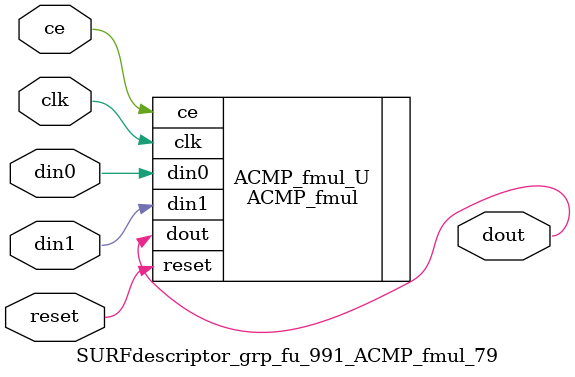
<source format=v>

`timescale 1 ns / 1 ps
module SURFdescriptor_grp_fu_991_ACMP_fmul_79(
    clk,
    reset,
    ce,
    din0,
    din1,
    dout);

parameter ID = 32'd1;
parameter NUM_STAGE = 32'd1;
parameter din0_WIDTH = 32'd1;
parameter din1_WIDTH = 32'd1;
parameter dout_WIDTH = 32'd1;
input clk;
input reset;
input ce;
input[din0_WIDTH - 1:0] din0;
input[din1_WIDTH - 1:0] din1;
output[dout_WIDTH - 1:0] dout;



ACMP_fmul #(
.ID( ID ),
.NUM_STAGE( 4 ),
.din0_WIDTH( din0_WIDTH ),
.din1_WIDTH( din1_WIDTH ),
.dout_WIDTH( dout_WIDTH ))
ACMP_fmul_U(
    .clk( clk ),
    .reset( reset ),
    .ce( ce ),
    .din0( din0 ),
    .din1( din1 ),
    .dout( dout ));

endmodule

</source>
